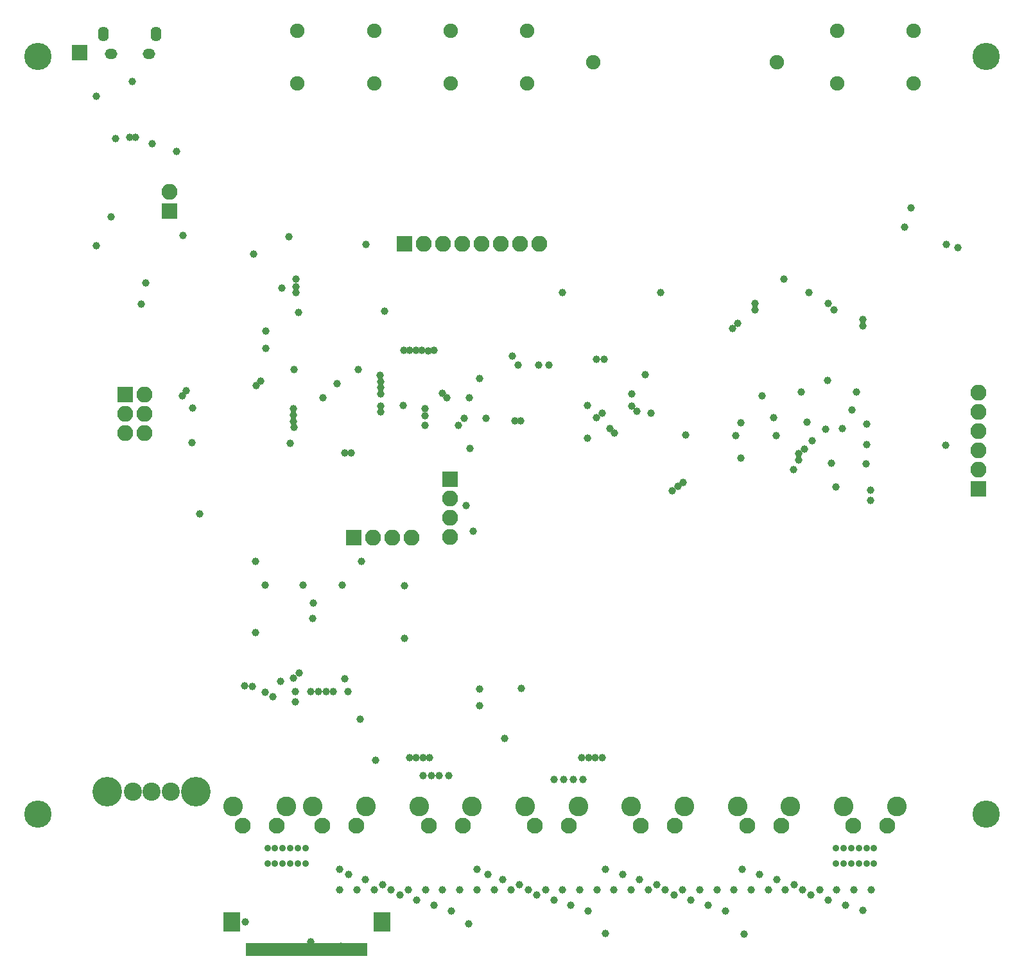
<source format=gbs>
G04 #@! TF.FileFunction,Soldermask,Bot*
%FSLAX46Y46*%
G04 Gerber Fmt 4.6, Leading zero omitted, Abs format (unit mm)*
G04 Created by KiCad (PCBNEW 4.0.7-e2-6376~58~ubuntu16.04.1) date Fri Nov 10 13:47:51 2017*
%MOMM*%
%LPD*%
G01*
G04 APERTURE LIST*
%ADD10C,0.100000*%
%ADD11C,2.400000*%
%ADD12C,3.900000*%
%ADD13R,2.200000X2.600000*%
%ADD14R,1.000000X1.700000*%
%ADD15R,2.100000X2.100000*%
%ADD16O,2.100000X2.100000*%
%ADD17C,1.900000*%
%ADD18O,1.650000X1.350000*%
%ADD19O,1.400000X1.950000*%
%ADD20C,3.600000*%
%ADD21C,2.600000*%
%ADD22C,2.100000*%
%ADD23C,0.900000*%
%ADD24C,1.000000*%
G04 APERTURE END LIST*
D10*
X31893000Y6000000D02*
G75*
G03X31893000Y6000000I-1143000J0D01*
G01*
X37389000Y3500000D02*
G75*
G03X37389000Y3500000I-889000J0D01*
G01*
X32889000Y3500000D02*
G75*
G03X32889000Y3500000I-889000J0D01*
G01*
X38893000Y6000000D02*
G75*
G03X38893000Y6000000I-1143000J0D01*
G01*
X42393000Y6000000D02*
G75*
G03X42393000Y6000000I-1143000J0D01*
G01*
X47889000Y3500000D02*
G75*
G03X47889000Y3500000I-889000J0D01*
G01*
X43389000Y3500000D02*
G75*
G03X43389000Y3500000I-889000J0D01*
G01*
X49393000Y6000000D02*
G75*
G03X49393000Y6000000I-1143000J0D01*
G01*
X98393000Y6000000D02*
G75*
G03X98393000Y6000000I-1143000J0D01*
G01*
X103889000Y3500000D02*
G75*
G03X103889000Y3500000I-889000J0D01*
G01*
X99389000Y3500000D02*
G75*
G03X99389000Y3500000I-889000J0D01*
G01*
X105393000Y6000000D02*
G75*
G03X105393000Y6000000I-1143000J0D01*
G01*
X112393000Y6000000D02*
G75*
G03X112393000Y6000000I-1143000J0D01*
G01*
X117889000Y3500000D02*
G75*
G03X117889000Y3500000I-889000J0D01*
G01*
X113389000Y3500000D02*
G75*
G03X113389000Y3500000I-889000J0D01*
G01*
X119393000Y6000000D02*
G75*
G03X119393000Y6000000I-1143000J0D01*
G01*
X56393000Y6000000D02*
G75*
G03X56393000Y6000000I-1143000J0D01*
G01*
X61889000Y3500000D02*
G75*
G03X61889000Y3500000I-889000J0D01*
G01*
X57389000Y3500000D02*
G75*
G03X57389000Y3500000I-889000J0D01*
G01*
X63393000Y6000000D02*
G75*
G03X63393000Y6000000I-1143000J0D01*
G01*
X70393000Y6000000D02*
G75*
G03X70393000Y6000000I-1143000J0D01*
G01*
X75889000Y3500000D02*
G75*
G03X75889000Y3500000I-889000J0D01*
G01*
X71389000Y3500000D02*
G75*
G03X71389000Y3500000I-889000J0D01*
G01*
X77393000Y6000000D02*
G75*
G03X77393000Y6000000I-1143000J0D01*
G01*
X84393000Y6000000D02*
G75*
G03X84393000Y6000000I-1143000J0D01*
G01*
X89889000Y3500000D02*
G75*
G03X89889000Y3500000I-889000J0D01*
G01*
X85389000Y3500000D02*
G75*
G03X85389000Y3500000I-889000J0D01*
G01*
X91393000Y6000000D02*
G75*
G03X91393000Y6000000I-1143000J0D01*
G01*
D11*
X20000000Y8000000D03*
X22500000Y8000000D03*
X17500000Y8000000D03*
D12*
X25850000Y8000000D03*
X14150000Y8000000D03*
D13*
X30525000Y-9225000D03*
D14*
X40925000Y-12825000D03*
X41925000Y-12825000D03*
X42925000Y-12825000D03*
X38925000Y-12825000D03*
X37925000Y-12825000D03*
X39925000Y-12825000D03*
D13*
X50325000Y-9225000D03*
D14*
X33925000Y-12825000D03*
X34925000Y-12825000D03*
X35925000Y-12825000D03*
X36925000Y-12825000D03*
X32925000Y-12825000D03*
X45925000Y-12825000D03*
X46925000Y-12825000D03*
X47925000Y-12825000D03*
X44925000Y-12825000D03*
X43925000Y-12825000D03*
D15*
X16456500Y60338000D03*
D16*
X18996500Y60338000D03*
X16456500Y57798000D03*
X18996500Y57798000D03*
X16456500Y55258000D03*
X18996500Y55258000D03*
D17*
X110373000Y108407500D03*
X110373000Y101407500D03*
X120469500Y108407500D03*
X120469500Y101407500D03*
X78226000Y104238000D03*
X102426000Y104238000D03*
D18*
X19595000Y105300000D03*
X14595000Y105300000D03*
D19*
X20595000Y108000000D03*
X13595000Y108000000D03*
D15*
X53286500Y80277000D03*
D16*
X55826500Y80277000D03*
X58366500Y80277000D03*
X60906500Y80277000D03*
X63446500Y80277000D03*
X65986500Y80277000D03*
X68526500Y80277000D03*
X71066500Y80277000D03*
D17*
X39222000Y108407500D03*
X39222000Y101407500D03*
X49318500Y108407500D03*
X49318500Y101407500D03*
D15*
X59319000Y49162000D03*
D16*
X59319000Y46622000D03*
X59319000Y44082000D03*
X59319000Y41542000D03*
D15*
X46610000Y41540000D03*
D16*
X49150000Y41540000D03*
X51690000Y41540000D03*
X54230000Y41540000D03*
D15*
X129042000Y47892000D03*
D16*
X129042000Y50432000D03*
X129042000Y52972000D03*
X129042000Y55512000D03*
X129042000Y58052000D03*
X129042000Y60592000D03*
D20*
X5000000Y105000000D03*
X130000000Y105000000D03*
X5000000Y5000000D03*
X130000000Y5000000D03*
D21*
X30750000Y6000000D03*
X37750000Y6000000D03*
D22*
X32000000Y3500000D03*
X36500000Y3500000D03*
D21*
X41250000Y6000000D03*
X48250000Y6000000D03*
D22*
X42500000Y3500000D03*
X47000000Y3500000D03*
D21*
X97250000Y6000000D03*
X104250000Y6000000D03*
D22*
X98500000Y3500000D03*
X103000000Y3500000D03*
D21*
X111250000Y6000000D03*
X118250000Y6000000D03*
D22*
X112500000Y3500000D03*
X117000000Y3500000D03*
D21*
X55250000Y6000000D03*
X62250000Y6000000D03*
D22*
X56500000Y3500000D03*
X61000000Y3500000D03*
D21*
X69250000Y6000000D03*
X76250000Y6000000D03*
D22*
X70500000Y3500000D03*
X75000000Y3500000D03*
D21*
X83250000Y6000000D03*
X90250000Y6000000D03*
D22*
X84500000Y3500000D03*
X89000000Y3500000D03*
D23*
X37250000Y500000D03*
X36250000Y500000D03*
X35250000Y500000D03*
X38250000Y500000D03*
X39250000Y500000D03*
X40250000Y500000D03*
X37250000Y-1500000D03*
X36250000Y-1500000D03*
X35250000Y-1500000D03*
X38250000Y-1500000D03*
X39250000Y-1500000D03*
X40250000Y-1500000D03*
X112250000Y-1500000D03*
X111250000Y-1500000D03*
X110250000Y-1500000D03*
X113250000Y-1500000D03*
X114250000Y-1500000D03*
X115250000Y-1500000D03*
X112250000Y500000D03*
X111250000Y500000D03*
X110250000Y500000D03*
X113250000Y500000D03*
X114250000Y500000D03*
X115250000Y500000D03*
D15*
X10500000Y105500000D03*
D17*
X59415000Y108407500D03*
X59415000Y101407500D03*
X69511500Y108407500D03*
X69511500Y101407500D03*
D15*
X22362000Y84569600D03*
D16*
X22362000Y87109600D03*
D24*
X18643451Y72316651D03*
X19212400Y75120800D03*
X113738500Y70244002D03*
X109103000Y62242978D03*
X38999000Y75578000D03*
X103388000Y75578000D03*
X100491000Y60211000D03*
X112341500Y58369500D03*
X112913000Y60709000D03*
X105674000Y60719000D03*
X14614998Y83833000D03*
X24013000Y60211000D03*
X24521000Y60846000D03*
X12710000Y99708000D03*
X48219202Y80150000D03*
X44460000Y61798500D03*
X63256000Y21539500D03*
X67510500Y65418000D03*
X42555000Y59956996D03*
X64043400Y57239200D03*
X46925000Y-12825000D03*
X38046500Y81166000D03*
X68717000Y21603000D03*
X38999000Y73838003D03*
X107071000Y54242002D03*
X87132000Y73863500D03*
X106690000Y73863500D03*
X124660498Y53670500D03*
X97291996Y69736000D03*
X74178000Y73863500D03*
X106091000Y53206020D03*
X101991000Y57290000D03*
X120088500Y84976000D03*
X124787500Y80150000D03*
X37180190Y74409600D03*
X96589673Y69098913D03*
X59475000Y-7750000D03*
X77575000Y-7750000D03*
X95625000Y-7750000D03*
X113750000Y-7725000D03*
X41950000Y21150000D03*
X34925000Y35250000D03*
X61775000Y-9500000D03*
X78700000Y-5000000D03*
X76440000Y-5000000D03*
X74180000Y-5000000D03*
X71920000Y-5000000D03*
X69660000Y-5000000D03*
X67400000Y-5000000D03*
X65140000Y-5000000D03*
X62880000Y-5000000D03*
X32268000Y21920502D03*
X38950000Y19825002D03*
X57225000Y-7050000D03*
X75275000Y-7050000D03*
X93400000Y-7050000D03*
X111450000Y-7050000D03*
X109200000Y-6375000D03*
X54975000Y-6375000D03*
X73050000Y-6375000D03*
X91100000Y-6375000D03*
X39425000Y23600000D03*
X36949998Y22525000D03*
X52725000Y-5700000D03*
X70775000Y-5700000D03*
X88850000Y-5700000D03*
X106925000Y-5700000D03*
X45850000Y21149998D03*
X35950000Y20474998D03*
X50450000Y-4275000D03*
X68500000Y-4275000D03*
X86600000Y-4275000D03*
X104675000Y-4325000D03*
X38950000Y21150000D03*
X34950000Y21125000D03*
X48200000Y-3600000D03*
X66275000Y-3600000D03*
X84300000Y-3600000D03*
X102425000Y-3600000D03*
X45950000Y-2925000D03*
X64350000Y-2925000D03*
X82075000Y-2925000D03*
X100150000Y-2925000D03*
X38675880Y22974990D03*
X33249990Y21875000D03*
X44775000Y-2250000D03*
X62875000Y-2250000D03*
X79825000Y-2250000D03*
X97900000Y-2250000D03*
X41250000Y30850000D03*
X40950000Y21150000D03*
X40925000Y-11800000D03*
X60620000Y-5000000D03*
X58360000Y-5000000D03*
X56100000Y-5000000D03*
X53840000Y-5000000D03*
X51579999Y-5000000D03*
X49320000Y-5000000D03*
X47060000Y-5000000D03*
X44800000Y-5000000D03*
X43920551Y21154449D03*
X39975000Y35250000D03*
X98075000Y-10800000D03*
X114860000Y-5000000D03*
X112600000Y-5000000D03*
X110339999Y-5000000D03*
X108079999Y-5000000D03*
X105820000Y-5000000D03*
X103560000Y-5000000D03*
X101299999Y-5000000D03*
X99040000Y-5000000D03*
X42975000Y21150000D03*
X41275000Y32825000D03*
X79800000Y-10775000D03*
X96780000Y-5000000D03*
X94519999Y-5000000D03*
X92260000Y-5000000D03*
X90000000Y-5000000D03*
X87740000Y-5000000D03*
X85480000Y-5000000D03*
X83220000Y-5000000D03*
X80959999Y-5000000D03*
X45412500Y22873000D03*
X44925000Y-12437479D03*
X45075000Y35275000D03*
X20076000Y93484998D03*
X23251000Y92469000D03*
X38719600Y56045400D03*
X56017000Y56273992D03*
X38707085Y57654231D03*
X56017000Y58544990D03*
X38706961Y56854220D03*
X56017000Y57544002D03*
X78623000Y65037000D03*
X78623000Y57289998D03*
X114818000Y46368000D03*
X88656000Y47638000D03*
X109166494Y72403000D03*
X99578004Y72403000D03*
X83322000Y58813996D03*
X80401000Y55893000D03*
X60398498Y56274000D03*
X114309994Y53734000D03*
X72400000Y64275000D03*
X85100000Y63005000D03*
X54023500Y66180005D03*
X50149600Y62090602D03*
X53223489Y66180000D03*
X50123807Y62890196D03*
X55623522Y66180739D03*
X50149600Y60439600D03*
X54823511Y66179935D03*
X50149600Y61277800D03*
X57223500Y66180000D03*
X50149600Y58052000D03*
X56423508Y66174327D03*
X50149600Y58864800D03*
X61478000Y45733002D03*
X45490000Y52640000D03*
X46290000Y52640000D03*
X104658000Y50432000D03*
X105293000Y51702000D03*
X114183000Y51194000D03*
X68650003Y56925000D03*
X33650000Y29000000D03*
X67850000Y56925000D03*
X47625000Y38375000D03*
X111071498Y55893000D03*
X50683000Y71387000D03*
X97000012Y55000000D03*
X90434000Y55004000D03*
X17059800Y94361300D03*
X33775858Y61604558D03*
X17859800Y94361300D03*
X34341542Y62170242D03*
X24089200Y81409610D03*
X39329200Y71209200D03*
X59192000Y10046000D03*
X56652000Y12459000D03*
X76718004Y12459000D03*
X73035002Y9538000D03*
X57922000Y10046000D03*
X55763000Y12459000D03*
X74305000Y9538000D03*
X77607000Y12459000D03*
X76844998Y9538000D03*
X79385000Y12459000D03*
X56906000Y10046000D03*
X54874000Y12459000D03*
X75574994Y9538000D03*
X78496000Y12459000D03*
X55763000Y10046000D03*
X53985000Y12459000D03*
X47254000Y63640000D03*
X38745000Y63640000D03*
X68336000Y64275000D03*
X71003000Y64275000D03*
X38694199Y58534600D03*
X58887200Y59941590D03*
X38225000Y53950000D03*
X33650000Y38350000D03*
X61224000Y57226498D03*
X61859000Y59936990D03*
X58353800Y60566600D03*
X62367000Y42304000D03*
X110246000Y48146000D03*
X90053000Y48781000D03*
X79639000Y65037000D03*
X79385000Y57925000D03*
X114818000Y47765000D03*
X89418000Y48273000D03*
X109928500Y71577500D03*
X99556457Y71544021D03*
X83956998Y58179000D03*
X81036000Y55258000D03*
X26299000Y44590000D03*
X12659200Y79997600D03*
X33436400Y78930800D03*
X53159500Y58941000D03*
X25346500Y58623500D03*
X106425001Y56772001D03*
X102308500Y54940500D03*
X114310000Y56464500D03*
X126311500Y79769000D03*
X97673000Y56655000D03*
X77480000Y58941000D03*
X77480000Y54623000D03*
X85862000Y57925000D03*
X97673000Y51956000D03*
X83322000Y60465000D03*
X15250000Y94120000D03*
X17409000Y101663800D03*
X119311500Y82450000D03*
X49540000Y12128800D03*
X47508000Y17564400D03*
X47508000Y17564400D03*
X63256000Y19342402D03*
X53324600Y28181600D03*
X53350000Y35141200D03*
X35036600Y66484800D03*
X35036600Y68770800D03*
X25333800Y54064200D03*
X32325000Y-9225000D03*
X47925000Y-12825000D03*
X61986000Y53226000D03*
X63256000Y62497000D03*
X109611000Y51330990D03*
X66558000Y14999000D03*
X113738496Y69443989D03*
X38999000Y74638006D03*
X108849000Y55766000D03*
X105293000Y52581010D03*
M02*

</source>
